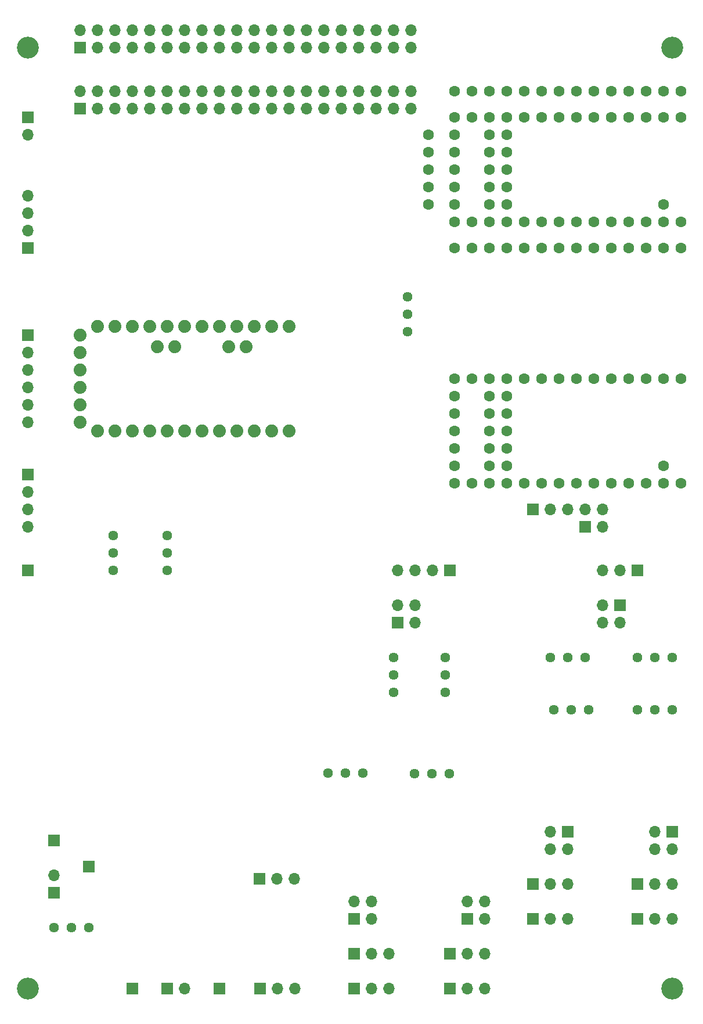
<source format=gbr>
%TF.GenerationSoftware,KiCad,Pcbnew,(6.0.4)*%
%TF.CreationDate,2022-04-15T06:39:39-07:00*%
%TF.ProjectId,main_board,6d61696e-5f62-46f6-9172-642e6b696361,rev?*%
%TF.SameCoordinates,PX48ab840PYb340ac0*%
%TF.FileFunction,Soldermask,Bot*%
%TF.FilePolarity,Negative*%
%FSLAX46Y46*%
G04 Gerber Fmt 4.6, Leading zero omitted, Abs format (unit mm)*
G04 Created by KiCad (PCBNEW (6.0.4)) date 2022-04-15 06:39:39*
%MOMM*%
%LPD*%
G01*
G04 APERTURE LIST*
%ADD10C,1.440000*%
%ADD11O,1.700000X1.700000*%
%ADD12R,1.700000X1.700000*%
%ADD13C,3.200000*%
%ADD14C,1.879600*%
%ADD15C,1.600000*%
G04 APERTURE END LIST*
D10*
%TO.C,InputB_Gain1*%
X60858400Y48260000D03*
X60858400Y45720000D03*
X60858400Y43180000D03*
%TD*%
%TO.C,GalvoB_Gain1*%
X81778000Y40640000D03*
X79238000Y40640000D03*
X76698000Y40640000D03*
%TD*%
D11*
%TO.C,J3*%
X55880000Y130805000D03*
X55880000Y128265000D03*
X53340000Y130805000D03*
X53340000Y128265000D03*
X50800000Y130805000D03*
X50800000Y128265000D03*
X48260000Y130805000D03*
X48260000Y128265000D03*
X45720000Y130805000D03*
X45720000Y128265000D03*
X43180000Y130805000D03*
X43180000Y128265000D03*
X40640000Y130805000D03*
X40640000Y128265000D03*
X38100000Y130805000D03*
X38100000Y128265000D03*
X35560000Y130805000D03*
X35560000Y128265000D03*
X33020000Y130805000D03*
X33020000Y128265000D03*
X30480000Y130805000D03*
X30480000Y128265000D03*
X27940000Y130805000D03*
X27940000Y128265000D03*
X25400000Y130805000D03*
X25400000Y128265000D03*
X22860000Y130805000D03*
X22860000Y128265000D03*
X20320000Y130805000D03*
X20320000Y128265000D03*
X17780000Y130805000D03*
X17780000Y128265000D03*
X15240000Y130805000D03*
X15240000Y128265000D03*
X12700000Y130805000D03*
X12700000Y128265000D03*
X10160000Y130805000D03*
X10160000Y128265000D03*
X7620000Y130805000D03*
D12*
X7620000Y128265000D03*
%TD*%
%TO.C,TP2*%
X8890000Y17780000D03*
%TD*%
D11*
%TO.C,J20*%
X83820000Y60960000D03*
X86360000Y60960000D03*
D12*
X88900000Y60960000D03*
%TD*%
D11*
%TO.C,J21*%
X83820000Y53340000D03*
X83820000Y55880000D03*
X86360000Y53340000D03*
D12*
X86360000Y55880000D03*
%TD*%
D10*
%TO.C,GalvoA_Offset1*%
X93980000Y48260000D03*
X91440000Y48260000D03*
X88900000Y48260000D03*
%TD*%
D11*
%TO.C,J7*%
X3810000Y16510000D03*
D12*
X3810000Y13970000D03*
%TD*%
D11*
%TO.C,J23*%
X76200000Y20320000D03*
X76200000Y22860000D03*
X78740000Y20320000D03*
D12*
X78740000Y22860000D03*
%TD*%
D11*
%TO.C,J22*%
X38915000Y16040000D03*
X36375000Y16040000D03*
D12*
X33835000Y16040000D03*
%TD*%
D11*
%TO.C,J24*%
X91440000Y20320000D03*
X91440000Y22860000D03*
X93980000Y20320000D03*
D12*
X93980000Y22860000D03*
%TD*%
D10*
%TO.C,Cam_Input1*%
X20320000Y60970000D03*
X20320000Y63510000D03*
X20320000Y66050000D03*
%TD*%
%TO.C,Cam_Output1*%
X12446000Y60960000D03*
X12446000Y63500000D03*
X12446000Y66040000D03*
%TD*%
%TO.C,InputA_Gain1*%
X53340000Y48260000D03*
X53340000Y45720000D03*
X53340000Y43180000D03*
%TD*%
D11*
%TO.C,J27*%
X55880000Y139700000D03*
X55880000Y137160000D03*
X53340000Y139700000D03*
X53340000Y137160000D03*
X50800000Y139700000D03*
X50800000Y137160000D03*
X48260000Y139700000D03*
X48260000Y137160000D03*
X45720000Y139700000D03*
X45720000Y137160000D03*
X43180000Y139700000D03*
X43180000Y137160000D03*
X40640000Y139700000D03*
X40640000Y137160000D03*
X38100000Y139700000D03*
X38100000Y137160000D03*
X35560000Y139700000D03*
X35560000Y137160000D03*
X33020000Y139700000D03*
X33020000Y137160000D03*
X30480000Y139700000D03*
X30480000Y137160000D03*
X27940000Y139700000D03*
X27940000Y137160000D03*
X25400000Y139700000D03*
X25400000Y137160000D03*
X22860000Y139700000D03*
X22860000Y137160000D03*
X20320000Y139700000D03*
X20320000Y137160000D03*
X17780000Y139700000D03*
X17780000Y137160000D03*
X15240000Y139700000D03*
X15240000Y137160000D03*
X12700000Y139700000D03*
X12700000Y137160000D03*
X10160000Y139700000D03*
X10160000Y137160000D03*
X7620000Y139700000D03*
D12*
X7620000Y137160000D03*
%TD*%
%TO.C,TP5*%
X27940000Y0D03*
%TD*%
D11*
%TO.C,J14*%
X52695000Y5080000D03*
X50155000Y5080000D03*
D12*
X47615000Y5080000D03*
%TD*%
D10*
%TO.C,GalvoB_Offset1*%
X81280000Y48260000D03*
X78740000Y48260000D03*
X76200000Y48260000D03*
%TD*%
D11*
%TO.C,J19*%
X53950000Y60960000D03*
X56490000Y60960000D03*
X59030000Y60960000D03*
D12*
X61570000Y60960000D03*
%TD*%
D11*
%TO.C,J8*%
X38989000Y0D03*
X36449000Y0D03*
D12*
X33909000Y0D03*
%TD*%
D11*
%TO.C,J26*%
X78740000Y10160000D03*
X76200000Y10160000D03*
D12*
X73660000Y10160000D03*
%TD*%
D13*
%TO.C,REF\u002A\u002A*%
X93980000Y0D03*
%TD*%
%TO.C,REF\u002A\u002A*%
X0Y0D03*
%TD*%
D14*
%TO.C,U16*%
X10160000Y81280000D03*
X12700000Y81280000D03*
X15240000Y81280000D03*
X17780000Y81280000D03*
X20320000Y81280000D03*
X22860000Y81280000D03*
X25400000Y81280000D03*
X27940000Y81280000D03*
X30480000Y81280000D03*
X33020000Y81280000D03*
X35560000Y81280000D03*
X38100000Y81280000D03*
X38100000Y96520000D03*
X35560000Y96520000D03*
X33020000Y96520000D03*
X30480000Y96520000D03*
X27940000Y96520000D03*
X25400000Y96520000D03*
X22860000Y96520000D03*
X20320000Y96520000D03*
X17780000Y96520000D03*
X15240000Y96520000D03*
X12700000Y96520000D03*
X10160000Y96520000D03*
X29337000Y93599000D03*
X31877000Y93599000D03*
X18923000Y93599000D03*
X21463000Y93599000D03*
X7620000Y82550000D03*
X7620000Y85090000D03*
X7620000Y87630000D03*
X7620000Y90170000D03*
X7620000Y92710000D03*
X7620000Y95250000D03*
%TD*%
D11*
%TO.C,J12*%
X22860000Y0D03*
D12*
X20320000Y0D03*
%TD*%
D11*
%TO.C,J5*%
X83820000Y69850000D03*
X83820000Y67310000D03*
X81280000Y69850000D03*
D12*
X81280000Y67310000D03*
%TD*%
D11*
%TO.C,J18*%
X56490006Y55880000D03*
X56490006Y53340000D03*
X53950006Y55880000D03*
D12*
X53950006Y53340000D03*
%TD*%
D11*
%TO.C,J25*%
X93980000Y15240000D03*
X91440000Y15240000D03*
D12*
X88900000Y15240000D03*
%TD*%
D11*
%TO.C,J6*%
X78755000Y69850000D03*
X76215000Y69850000D03*
D12*
X73675000Y69850000D03*
%TD*%
D11*
%TO.C,J15*%
X66650000Y5080000D03*
X64110000Y5080000D03*
D12*
X61570000Y5080000D03*
%TD*%
D10*
%TO.C,InputB_offset1*%
X56398000Y31369000D03*
X58938000Y31369000D03*
X61478000Y31369000D03*
%TD*%
D13*
%TO.C,REF\u002A\u002A*%
X93980000Y137160000D03*
%TD*%
D11*
%TO.C,J16*%
X50140006Y12694996D03*
X50140006Y10154996D03*
X47600006Y12694996D03*
D12*
X47600006Y10154996D03*
%TD*%
D11*
%TO.C,J13*%
X0Y124460000D03*
D12*
X0Y127000000D03*
%TD*%
D11*
%TO.C,J28*%
X0Y82550000D03*
X0Y85090000D03*
X0Y87630000D03*
X0Y90170000D03*
X0Y92710000D03*
D12*
X0Y95250000D03*
%TD*%
D10*
%TO.C,Prog1*%
X55372000Y100838000D03*
X55372000Y98298000D03*
X55372000Y95758000D03*
%TD*%
D11*
%TO.C,J11*%
X0Y115580000D03*
X0Y113040000D03*
X0Y110500000D03*
D12*
X0Y107960000D03*
%TD*%
%TO.C,TP1*%
X0Y60960000D03*
%TD*%
%TO.C,TP3*%
X3810000Y21590000D03*
%TD*%
D15*
%TO.C,U11*%
X69850000Y86360000D03*
X67310000Y86360000D03*
X69850000Y83820000D03*
X67310000Y83820000D03*
X69850000Y81280000D03*
X67310000Y81280000D03*
X69850000Y78740000D03*
X67310000Y78740000D03*
X69850000Y76200000D03*
X67310000Y76200000D03*
X92710000Y76200000D03*
X95250000Y73660000D03*
X92710000Y73660000D03*
X90170000Y73660000D03*
X87630000Y73660000D03*
X85090000Y73660000D03*
X82550000Y73660000D03*
X80010000Y73660000D03*
X77470000Y73660000D03*
X74930000Y73660000D03*
X72390000Y73660000D03*
X69850000Y73660000D03*
X67310000Y73660000D03*
X64770000Y73660000D03*
X62230000Y73660000D03*
X62230000Y76200000D03*
X62230000Y78740000D03*
X62230000Y81280000D03*
X62230000Y83820000D03*
X62230000Y86360000D03*
X62230000Y88900000D03*
X64770000Y88900000D03*
X67310000Y88900000D03*
X69850000Y88900000D03*
X72390000Y88900000D03*
X74930000Y88900000D03*
X77470000Y88900000D03*
X80010000Y88900000D03*
X82550000Y88900000D03*
X85090000Y88900000D03*
X87630000Y88900000D03*
X90170000Y88900000D03*
X92710000Y88900000D03*
X95250000Y88900000D03*
%TD*%
D11*
%TO.C,J9*%
X93980000Y10160000D03*
X91440000Y10160000D03*
D12*
X88900000Y10160000D03*
%TD*%
D13*
%TO.C,REF\u002A\u002A*%
X0Y137160000D03*
%TD*%
D11*
%TO.C,J17*%
X66650006Y12700000D03*
X66650006Y10160000D03*
X64110006Y12700000D03*
D12*
X64110006Y10160000D03*
%TD*%
D10*
%TO.C,LED_Trigger1*%
X3810000Y8890000D03*
X6350000Y8890000D03*
X8890000Y8890000D03*
%TD*%
%TO.C,InputA_offset1*%
X43799600Y31445200D03*
X46339600Y31445200D03*
X48879600Y31445200D03*
%TD*%
D12*
%TO.C,TP4*%
X15240000Y0D03*
%TD*%
D15*
%TO.C,U10*%
X69850000Y124460000D03*
X67310000Y124460000D03*
X69850000Y121920000D03*
X67310000Y121920000D03*
X69850000Y119380000D03*
X67310000Y119380000D03*
X69850000Y116840000D03*
X67310000Y116840000D03*
X69850000Y114300000D03*
X67310000Y114300000D03*
X92710000Y114300000D03*
X95250000Y107950000D03*
X95250000Y111760000D03*
X92710000Y107950000D03*
X92710000Y111760000D03*
X90170000Y107950000D03*
X90170000Y111760000D03*
X87630000Y111760000D03*
X87630000Y107950000D03*
X85090000Y111760000D03*
X85090000Y107950000D03*
X82550000Y111760000D03*
X82550000Y107950000D03*
X80010000Y107950000D03*
X80010000Y111760000D03*
X77470000Y111760000D03*
X77470000Y107950000D03*
X74930000Y111760000D03*
X74930000Y107950000D03*
X72390000Y111760000D03*
X72390000Y107950000D03*
X69850000Y111760000D03*
X69850000Y107950000D03*
X67310000Y107950000D03*
X67310000Y111760000D03*
X64770000Y107950000D03*
X64770000Y111760000D03*
X62230000Y111760000D03*
X62230000Y107950000D03*
X62230000Y114300000D03*
X58420000Y114300000D03*
X62230000Y116840000D03*
X58420000Y116840000D03*
X58420000Y119380000D03*
X62230000Y119380000D03*
X62230000Y121920000D03*
X58420000Y121920000D03*
X62230000Y124460000D03*
X58420000Y124460000D03*
X62230000Y130810000D03*
X62230000Y127000000D03*
X64770000Y130810000D03*
X64770000Y127000000D03*
X67310000Y130810000D03*
X67310000Y127000000D03*
X69850000Y130810000D03*
X69850000Y127000000D03*
X72390000Y127000000D03*
X72390000Y130810000D03*
X74930000Y127000000D03*
X74930000Y130810000D03*
X77470000Y127000000D03*
X77470000Y130810000D03*
X80010000Y127000000D03*
X80010000Y130810000D03*
X82550000Y127000000D03*
X82550000Y130810000D03*
X85090000Y130810000D03*
X85090000Y127000000D03*
X87630000Y127000000D03*
X87630000Y130810000D03*
X90170000Y130810000D03*
X90170000Y127000000D03*
X92710000Y130810000D03*
X92710000Y127000000D03*
X95250000Y127000000D03*
X95250000Y130810000D03*
%TD*%
D10*
%TO.C,GalvoA_Gain1*%
X93970000Y40640000D03*
X91430000Y40640000D03*
X88890000Y40640000D03*
%TD*%
D11*
%TO.C,J4*%
X0Y67300000D03*
X0Y69840000D03*
X0Y72380000D03*
D12*
X0Y74920000D03*
%TD*%
D11*
%TO.C,J1*%
X66650000Y0D03*
X64110000Y0D03*
D12*
X61570000Y0D03*
%TD*%
D11*
%TO.C,J10*%
X78740000Y15240000D03*
X76200000Y15240000D03*
D12*
X73660000Y15240000D03*
%TD*%
D11*
%TO.C,J2*%
X52695000Y0D03*
X50155000Y0D03*
D12*
X47615000Y0D03*
%TD*%
M02*

</source>
